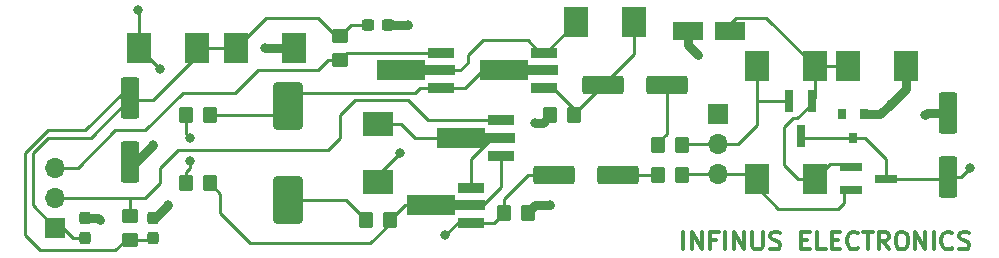
<source format=gtl>
%TF.GenerationSoftware,KiCad,Pcbnew,(6.0.1)*%
%TF.CreationDate,2022-02-18T16:05:49+00:00*%
%TF.ProjectId,Microphone Booster,4d696372-6f70-4686-9f6e-6520426f6f73,rev?*%
%TF.SameCoordinates,Original*%
%TF.FileFunction,Copper,L1,Top*%
%TF.FilePolarity,Positive*%
%FSLAX46Y46*%
G04 Gerber Fmt 4.6, Leading zero omitted, Abs format (unit mm)*
G04 Created by KiCad (PCBNEW (6.0.1)) date 2022-02-18 16:05:49*
%MOMM*%
%LPD*%
G01*
G04 APERTURE LIST*
G04 Aperture macros list*
%AMRoundRect*
0 Rectangle with rounded corners*
0 $1 Rounding radius*
0 $2 $3 $4 $5 $6 $7 $8 $9 X,Y pos of 4 corners*
0 Add a 4 corners polygon primitive as box body*
4,1,4,$2,$3,$4,$5,$6,$7,$8,$9,$2,$3,0*
0 Add four circle primitives for the rounded corners*
1,1,$1+$1,$2,$3*
1,1,$1+$1,$4,$5*
1,1,$1+$1,$6,$7*
1,1,$1+$1,$8,$9*
0 Add four rect primitives between the rounded corners*
20,1,$1+$1,$2,$3,$4,$5,0*
20,1,$1+$1,$4,$5,$6,$7,0*
20,1,$1+$1,$6,$7,$8,$9,0*
20,1,$1+$1,$8,$9,$2,$3,0*%
%AMFreePoly0*
4,1,9,5.362500,-0.866500,1.237500,-0.866500,1.237500,-0.450000,-1.237500,-0.450000,-1.237500,0.450000,1.237500,0.450000,1.237500,0.866500,5.362500,0.866500,5.362500,-0.866500,5.362500,-0.866500,$1*%
G04 Aperture macros list end*
%ADD10C,0.300000*%
%TA.AperFunction,NonConductor*%
%ADD11C,0.300000*%
%TD*%
%TA.AperFunction,SMDPad,CuDef*%
%ADD12R,0.800000X1.900000*%
%TD*%
%TA.AperFunction,SMDPad,CuDef*%
%ADD13R,1.900000X0.800000*%
%TD*%
%TA.AperFunction,SMDPad,CuDef*%
%ADD14RoundRect,0.250000X1.050000X0.550000X-1.050000X0.550000X-1.050000X-0.550000X1.050000X-0.550000X0*%
%TD*%
%TA.AperFunction,ComponentPad*%
%ADD15R,1.700000X1.700000*%
%TD*%
%TA.AperFunction,ComponentPad*%
%ADD16O,1.700000X1.700000*%
%TD*%
%TA.AperFunction,SMDPad,CuDef*%
%ADD17R,2.100000X2.600000*%
%TD*%
%TA.AperFunction,SMDPad,CuDef*%
%ADD18RoundRect,0.250000X-0.350000X-0.450000X0.350000X-0.450000X0.350000X0.450000X-0.350000X0.450000X0*%
%TD*%
%TA.AperFunction,SMDPad,CuDef*%
%ADD19RoundRect,0.250000X0.450000X-0.350000X0.450000X0.350000X-0.450000X0.350000X-0.450000X-0.350000X0*%
%TD*%
%TA.AperFunction,SMDPad,CuDef*%
%ADD20RoundRect,0.250000X0.350000X0.450000X-0.350000X0.450000X-0.350000X-0.450000X0.350000X-0.450000X0*%
%TD*%
%TA.AperFunction,SMDPad,CuDef*%
%ADD21R,2.600000X2.100000*%
%TD*%
%TA.AperFunction,SMDPad,CuDef*%
%ADD22RoundRect,0.250000X-0.450000X0.350000X-0.450000X-0.350000X0.450000X-0.350000X0.450000X0.350000X0*%
%TD*%
%TA.AperFunction,SMDPad,CuDef*%
%ADD23R,2.300000X0.900000*%
%TD*%
%TA.AperFunction,SMDPad,CuDef*%
%ADD24FreePoly0,180.000000*%
%TD*%
%TA.AperFunction,SMDPad,CuDef*%
%ADD25R,0.800000X0.900000*%
%TD*%
%TA.AperFunction,SMDPad,CuDef*%
%ADD26RoundRect,0.237500X0.237500X-0.300000X0.237500X0.300000X-0.237500X0.300000X-0.237500X-0.300000X0*%
%TD*%
%TA.AperFunction,SMDPad,CuDef*%
%ADD27RoundRect,0.250000X-0.550000X1.500000X-0.550000X-1.500000X0.550000X-1.500000X0.550000X1.500000X0*%
%TD*%
%TA.AperFunction,SMDPad,CuDef*%
%ADD28RoundRect,0.250000X0.550000X-1.500000X0.550000X1.500000X-0.550000X1.500000X-0.550000X-1.500000X0*%
%TD*%
%TA.AperFunction,SMDPad,CuDef*%
%ADD29RoundRect,0.250000X1.500000X0.550000X-1.500000X0.550000X-1.500000X-0.550000X1.500000X-0.550000X0*%
%TD*%
%TA.AperFunction,SMDPad,CuDef*%
%ADD30RoundRect,0.237500X0.300000X0.237500X-0.300000X0.237500X-0.300000X-0.237500X0.300000X-0.237500X0*%
%TD*%
%TA.AperFunction,SMDPad,CuDef*%
%ADD31RoundRect,0.250000X1.000000X-1.750000X1.000000X1.750000X-1.000000X1.750000X-1.000000X-1.750000X0*%
%TD*%
%TA.AperFunction,ViaPad*%
%ADD32C,0.800000*%
%TD*%
%TA.AperFunction,Conductor*%
%ADD33C,0.250000*%
%TD*%
%TA.AperFunction,Conductor*%
%ADD34C,0.750000*%
%TD*%
G04 APERTURE END LIST*
D10*
D11*
X110483571Y-85641571D02*
X110483571Y-84141571D01*
X111197857Y-85641571D02*
X111197857Y-84141571D01*
X112055000Y-85641571D01*
X112055000Y-84141571D01*
X113269285Y-84855857D02*
X112769285Y-84855857D01*
X112769285Y-85641571D02*
X112769285Y-84141571D01*
X113483571Y-84141571D01*
X114055000Y-85641571D02*
X114055000Y-84141571D01*
X114769285Y-85641571D02*
X114769285Y-84141571D01*
X115626428Y-85641571D01*
X115626428Y-84141571D01*
X116340714Y-84141571D02*
X116340714Y-85355857D01*
X116412142Y-85498714D01*
X116483571Y-85570142D01*
X116626428Y-85641571D01*
X116912142Y-85641571D01*
X117055000Y-85570142D01*
X117126428Y-85498714D01*
X117197857Y-85355857D01*
X117197857Y-84141571D01*
X117840714Y-85570142D02*
X118055000Y-85641571D01*
X118412142Y-85641571D01*
X118555000Y-85570142D01*
X118626428Y-85498714D01*
X118697857Y-85355857D01*
X118697857Y-85213000D01*
X118626428Y-85070142D01*
X118555000Y-84998714D01*
X118412142Y-84927285D01*
X118126428Y-84855857D01*
X117983571Y-84784428D01*
X117912142Y-84713000D01*
X117840714Y-84570142D01*
X117840714Y-84427285D01*
X117912142Y-84284428D01*
X117983571Y-84213000D01*
X118126428Y-84141571D01*
X118483571Y-84141571D01*
X118697857Y-84213000D01*
X120483571Y-84855857D02*
X120983571Y-84855857D01*
X121197857Y-85641571D02*
X120483571Y-85641571D01*
X120483571Y-84141571D01*
X121197857Y-84141571D01*
X122555000Y-85641571D02*
X121840714Y-85641571D01*
X121840714Y-84141571D01*
X123055000Y-84855857D02*
X123555000Y-84855857D01*
X123769285Y-85641571D02*
X123055000Y-85641571D01*
X123055000Y-84141571D01*
X123769285Y-84141571D01*
X125269285Y-85498714D02*
X125197857Y-85570142D01*
X124983571Y-85641571D01*
X124840714Y-85641571D01*
X124626428Y-85570142D01*
X124483571Y-85427285D01*
X124412142Y-85284428D01*
X124340714Y-84998714D01*
X124340714Y-84784428D01*
X124412142Y-84498714D01*
X124483571Y-84355857D01*
X124626428Y-84213000D01*
X124840714Y-84141571D01*
X124983571Y-84141571D01*
X125197857Y-84213000D01*
X125269285Y-84284428D01*
X125697857Y-84141571D02*
X126555000Y-84141571D01*
X126126428Y-85641571D02*
X126126428Y-84141571D01*
X127912142Y-85641571D02*
X127412142Y-84927285D01*
X127055000Y-85641571D02*
X127055000Y-84141571D01*
X127626428Y-84141571D01*
X127769285Y-84213000D01*
X127840714Y-84284428D01*
X127912142Y-84427285D01*
X127912142Y-84641571D01*
X127840714Y-84784428D01*
X127769285Y-84855857D01*
X127626428Y-84927285D01*
X127055000Y-84927285D01*
X128840714Y-84141571D02*
X129126428Y-84141571D01*
X129269285Y-84213000D01*
X129412142Y-84355857D01*
X129483571Y-84641571D01*
X129483571Y-85141571D01*
X129412142Y-85427285D01*
X129269285Y-85570142D01*
X129126428Y-85641571D01*
X128840714Y-85641571D01*
X128697857Y-85570142D01*
X128555000Y-85427285D01*
X128483571Y-85141571D01*
X128483571Y-84641571D01*
X128555000Y-84355857D01*
X128697857Y-84213000D01*
X128840714Y-84141571D01*
X130126428Y-85641571D02*
X130126428Y-84141571D01*
X130983571Y-85641571D01*
X130983571Y-84141571D01*
X131697857Y-85641571D02*
X131697857Y-84141571D01*
X133269285Y-85498714D02*
X133197857Y-85570142D01*
X132983571Y-85641571D01*
X132840714Y-85641571D01*
X132626428Y-85570142D01*
X132483571Y-85427285D01*
X132412142Y-85284428D01*
X132340714Y-84998714D01*
X132340714Y-84784428D01*
X132412142Y-84498714D01*
X132483571Y-84355857D01*
X132626428Y-84213000D01*
X132840714Y-84141571D01*
X132983571Y-84141571D01*
X133197857Y-84213000D01*
X133269285Y-84284428D01*
X133840714Y-85570142D02*
X134055000Y-85641571D01*
X134412142Y-85641571D01*
X134555000Y-85570142D01*
X134626428Y-85498714D01*
X134697857Y-85355857D01*
X134697857Y-85213000D01*
X134626428Y-85070142D01*
X134555000Y-84998714D01*
X134412142Y-84927285D01*
X134126428Y-84855857D01*
X133983571Y-84784428D01*
X133912142Y-84713000D01*
X133840714Y-84570142D01*
X133840714Y-84427285D01*
X133912142Y-84284428D01*
X133983571Y-84213000D01*
X134126428Y-84141571D01*
X134483571Y-84141571D01*
X134697857Y-84213000D01*
D12*
%TO.P,Q6,1,B*%
%TO.N,Net-(Q5-Pad1)*%
X121375000Y-73065000D03*
%TO.P,Q6,2,C*%
%TO.N,XLR OUT HOT*%
X119475000Y-73065000D03*
%TO.P,Q6,3,E*%
%TO.N,+15V*%
X120425000Y-76065000D03*
%TD*%
D13*
%TO.P,Q5,1,B*%
%TO.N,Net-(Q5-Pad1)*%
X124640000Y-78695000D03*
%TO.P,Q5,2,C*%
%TO.N,XLR OUT COLD*%
X124640000Y-80595000D03*
%TO.P,Q5,3,E*%
%TO.N,+15V*%
X127640000Y-79645000D03*
%TD*%
D14*
%TO.P,C6,1*%
%TO.N,Net-(Q5-Pad1)*%
X114449000Y-67183000D03*
%TO.P,C6,2*%
%TO.N,XLR OUT GND*%
X110849000Y-67183000D03*
%TD*%
D15*
%TO.P,J2,1,Pin_1*%
%TO.N,XLR OUT GND*%
X113440000Y-74200000D03*
D16*
%TO.P,J2,2,Pin_2*%
%TO.N,XLR OUT HOT*%
X113440000Y-76740000D03*
%TO.P,J2,3,Pin_3*%
%TO.N,XLR OUT COLD*%
X113440000Y-79280000D03*
%TD*%
%TO.P,J1,3,Pin_3*%
%TO.N,XLR IN COLD*%
X57310000Y-78740000D03*
%TO.P,J1,2,Pin_2*%
%TO.N,XLR IN HOT*%
X57310000Y-81280000D03*
D15*
%TO.P,J1,1,Pin_1*%
%TO.N,XLR IN GND*%
X57310000Y-83820000D03*
%TD*%
D17*
%TO.P,R16,2*%
%TO.N,XLR OUT GND*%
X77540000Y-68580000D03*
%TO.P,R16,1*%
%TO.N,XLR IN GND*%
X72640000Y-68580000D03*
%TD*%
%TO.P,R15,1*%
%TO.N,+15V*%
X64385000Y-68580000D03*
%TO.P,R15,2*%
%TO.N,XLR IN GND*%
X69285000Y-68580000D03*
%TD*%
%TO.P,R14,1*%
%TO.N,XLR OUT HOT*%
X116705000Y-70120000D03*
%TO.P,R14,2*%
%TO.N,Net-(Q5-Pad1)*%
X121605000Y-70120000D03*
%TD*%
%TO.P,R13,1*%
%TO.N,Net-(Q5-Pad1)*%
X124415000Y-70120000D03*
%TO.P,R13,2*%
%TO.N,XLR OUT GND*%
X129315000Y-70120000D03*
%TD*%
%TO.P,R12,1*%
%TO.N,XLR OUT COLD*%
X116705000Y-79645000D03*
%TO.P,R12,2*%
%TO.N,Net-(Q5-Pad1)*%
X121605000Y-79645000D03*
%TD*%
D18*
%TO.P,R11,1*%
%TO.N,Net-(C5-Pad1)*%
X108380000Y-79375000D03*
%TO.P,R11,2*%
%TO.N,XLR OUT COLD*%
X110380000Y-79375000D03*
%TD*%
%TO.P,R10,2*%
%TO.N,XLR OUT HOT*%
X110380000Y-76835000D03*
%TO.P,R10,1*%
%TO.N,Net-(C4-Pad1)*%
X108380000Y-76835000D03*
%TD*%
D19*
%TO.P,R9,1*%
%TO.N,XLR IN COLD*%
X81440000Y-69580000D03*
%TO.P,R9,2*%
%TO.N,XLR IN GND*%
X81440000Y-67580000D03*
%TD*%
D17*
%TO.P,R8,1*%
%TO.N,Net-(Q3-Pad3)*%
X101436000Y-66421000D03*
%TO.P,R8,2*%
%TO.N,Net-(C4-Pad2)*%
X106336000Y-66421000D03*
%TD*%
D20*
%TO.P,R7,2*%
%TO.N,XLR OUT GND*%
X99220000Y-74295000D03*
%TO.P,R7,1*%
%TO.N,Net-(C4-Pad2)*%
X101220000Y-74295000D03*
%TD*%
D18*
%TO.P,R6,1*%
%TO.N,+15V*%
X68375000Y-74295000D03*
%TO.P,R6,2*%
%TO.N,Net-(C2-Pad2)*%
X70375000Y-74295000D03*
%TD*%
D20*
%TO.P,R5,1*%
%TO.N,Net-(Q1-Pad1)*%
X85615000Y-83185000D03*
%TO.P,R5,2*%
%TO.N,Net-(C2-Pad1)*%
X83615000Y-83185000D03*
%TD*%
D18*
%TO.P,R4,1*%
%TO.N,Net-(C5-Pad2)*%
X95315000Y-82550000D03*
%TO.P,R4,2*%
%TO.N,XLR OUT GND*%
X97315000Y-82550000D03*
%TD*%
%TO.P,R3,1*%
%TO.N,+15V*%
X68375000Y-80010000D03*
%TO.P,R3,2*%
%TO.N,Net-(Q1-Pad1)*%
X70375000Y-80010000D03*
%TD*%
D21*
%TO.P,R2,2*%
%TO.N,Net-(C5-Pad2)*%
X84615000Y-79920000D03*
%TO.P,R2,1*%
%TO.N,Net-(Q1-Pad2)*%
X84615000Y-75020000D03*
%TD*%
D22*
%TO.P,R1,2*%
%TO.N,XLR IN GND*%
X63660000Y-84820000D03*
%TO.P,R1,1*%
%TO.N,XLR IN HOT*%
X63660000Y-82820000D03*
%TD*%
D23*
%TO.P,Q4,1,E*%
%TO.N,Net-(C2-Pad2)*%
X89940000Y-71985000D03*
D24*
%TO.P,Q4,2,C*%
%TO.N,Net-(Q3-Pad3)*%
X89852500Y-70485000D03*
D23*
%TO.P,Q4,3,B*%
%TO.N,XLR IN COLD*%
X89940000Y-68985000D03*
%TD*%
%TO.P,Q3,1,E*%
%TO.N,Net-(C4-Pad2)*%
X98672500Y-71985000D03*
D24*
%TO.P,Q3,2,C*%
%TO.N,Net-(C2-Pad2)*%
X98585000Y-70485000D03*
D23*
%TO.P,Q3,3,B*%
%TO.N,Net-(Q3-Pad3)*%
X98672500Y-68985000D03*
%TD*%
%TO.P,Q2,1,E*%
%TO.N,Net-(C5-Pad2)*%
X92480000Y-83415000D03*
D24*
%TO.P,Q2,2,C*%
%TO.N,Net-(Q1-Pad1)*%
X92392500Y-81915000D03*
D23*
%TO.P,Q2,3,B*%
%TO.N,Net-(Q1-Pad2)*%
X92480000Y-80415000D03*
%TD*%
%TO.P,Q1,1,E*%
%TO.N,Net-(Q1-Pad1)*%
X95020000Y-77700000D03*
D24*
%TO.P,Q1,2,C*%
%TO.N,Net-(Q1-Pad2)*%
X94932500Y-76200000D03*
D23*
%TO.P,Q1,3,B*%
%TO.N,XLR IN HOT*%
X95020000Y-74700000D03*
%TD*%
D25*
%TO.P,D1,*%
%TO.N,*%
X123920000Y-74200000D03*
%TO.P,D1,1,K*%
%TO.N,+15V*%
X124870000Y-76200000D03*
%TO.P,D1,2,A*%
%TO.N,XLR OUT GND*%
X125820000Y-74200000D03*
%TD*%
D26*
%TO.P,C9,1*%
%TO.N,XLR IN GND*%
X59850000Y-84682500D03*
%TO.P,C9,2*%
%TO.N,XLR OUT GND*%
X59850000Y-82957500D03*
%TD*%
D27*
%TO.P,C8,2*%
%TO.N,XLR OUT GND*%
X63660000Y-78265000D03*
%TO.P,C8,1*%
%TO.N,XLR IN GND*%
X63660000Y-72865000D03*
%TD*%
D28*
%TO.P,C7,1*%
%TO.N,+15V*%
X132875000Y-79535000D03*
%TO.P,C7,2*%
%TO.N,XLR OUT GND*%
X132875000Y-74135000D03*
%TD*%
D29*
%TO.P,C5,1*%
%TO.N,Net-(C5-Pad1)*%
X104935000Y-79375000D03*
%TO.P,C5,2*%
%TO.N,Net-(C5-Pad2)*%
X99535000Y-79375000D03*
%TD*%
%TO.P,C4,1*%
%TO.N,Net-(C4-Pad1)*%
X109065000Y-71755000D03*
%TO.P,C4,2*%
%TO.N,Net-(C4-Pad2)*%
X103665000Y-71755000D03*
%TD*%
D30*
%TO.P,C3,1*%
%TO.N,XLR OUT GND*%
X85477500Y-66675000D03*
%TO.P,C3,2*%
%TO.N,XLR IN GND*%
X83752500Y-66675000D03*
%TD*%
D31*
%TO.P,C2,1*%
%TO.N,Net-(C2-Pad1)*%
X76995000Y-81470000D03*
%TO.P,C2,2*%
%TO.N,Net-(C2-Pad2)*%
X76995000Y-73470000D03*
%TD*%
D26*
%TO.P,C1,1*%
%TO.N,XLR IN GND*%
X65565000Y-84682500D03*
%TO.P,C1,2*%
%TO.N,XLR OUT GND*%
X65565000Y-82957500D03*
%TD*%
D32*
%TO.N,XLR OUT GND*%
X111760000Y-69215000D03*
X61120000Y-83185000D03*
X66835000Y-81915000D03*
X65565000Y-76835000D03*
X87155000Y-66675000D03*
X75090000Y-68580000D03*
%TO.N,+15V*%
X66200000Y-70395000D03*
X64295000Y-65405000D03*
X134780000Y-78740000D03*
%TO.N,XLR OUT GND*%
X99220000Y-81915000D03*
X97950000Y-74930000D03*
%TO.N,+15V*%
X68740000Y-78194500D03*
X68740000Y-76200000D03*
%TO.N,XLR OUT GND*%
X130970000Y-74295000D03*
%TO.N,Net-(C5-Pad2)*%
X86520000Y-77470000D03*
X90330000Y-84455000D03*
%TO.N,XLR OUT GND*%
X128045000Y-73295000D03*
%TD*%
D33*
%TO.N,Net-(Q5-Pad1)*%
X114935000Y-66040000D02*
X117525000Y-66040000D01*
X114449000Y-66526000D02*
X114935000Y-66040000D01*
X117525000Y-66040000D02*
X121605000Y-70120000D01*
D34*
%TO.N,XLR OUT GND*%
X110849000Y-68304000D02*
X111760000Y-69215000D01*
X110849000Y-67183000D02*
X110849000Y-68304000D01*
D33*
%TO.N,Net-(Q3-Pad3)*%
X98872000Y-68985000D02*
X101436000Y-66421000D01*
%TO.N,Net-(C4-Pad2)*%
X106336000Y-69084000D02*
X106336000Y-66421000D01*
X103665000Y-71755000D02*
X106336000Y-69084000D01*
%TO.N,Net-(Q5-Pad1)*%
X120158000Y-79645000D02*
X121605000Y-79645000D01*
X118999000Y-78486000D02*
X120158000Y-79645000D01*
X118999000Y-75311000D02*
X118999000Y-78486000D01*
X119761000Y-74549000D02*
X118999000Y-75311000D01*
X120142000Y-74549000D02*
X119761000Y-74549000D01*
X121375000Y-73316000D02*
X120142000Y-74549000D01*
D34*
%TO.N,XLR OUT GND*%
X60892500Y-82957500D02*
X61120000Y-83185000D01*
X59850000Y-82957500D02*
X60892500Y-82957500D01*
X65792500Y-82957500D02*
X66835000Y-81915000D01*
X65565000Y-82957500D02*
X65792500Y-82957500D01*
D33*
%TO.N,XLR IN GND*%
X59850000Y-75565000D02*
X63025000Y-72390000D01*
X56675000Y-75565000D02*
X59850000Y-75565000D01*
X54770000Y-77470000D02*
X56675000Y-75565000D01*
X54770000Y-84455000D02*
X54770000Y-77470000D01*
X56040000Y-85725000D02*
X54770000Y-84455000D01*
X62390000Y-85725000D02*
X56040000Y-85725000D01*
X63295000Y-84820000D02*
X62390000Y-85725000D01*
X63660000Y-84820000D02*
X65427500Y-84820000D01*
%TO.N,XLR IN HOT*%
X63660000Y-82820000D02*
X63660000Y-81280000D01*
X66200000Y-80010000D02*
X64930000Y-81280000D01*
X82710000Y-73025000D02*
X81440000Y-74295000D01*
X81440000Y-74295000D02*
X81440000Y-76200718D01*
X66200000Y-78740000D02*
X66200000Y-80010000D01*
X67724000Y-77216000D02*
X66200000Y-78740000D01*
X81440000Y-76200718D02*
X80424718Y-77216000D01*
X80424718Y-77216000D02*
X67724000Y-77216000D01*
X87155000Y-73025000D02*
X82710000Y-73025000D01*
X88830000Y-74700000D02*
X87155000Y-73025000D01*
X95020000Y-74700000D02*
X88830000Y-74700000D01*
%TO.N,XLR IN GND*%
X58807500Y-84682500D02*
X59850000Y-84682500D01*
X57945000Y-83820000D02*
X58807500Y-84682500D01*
%TO.N,XLR IN HOT*%
X60485000Y-81280000D02*
X57310000Y-81280000D01*
X64930000Y-81280000D02*
X60485000Y-81280000D01*
%TO.N,XLR IN GND*%
X55405000Y-81915000D02*
X57310000Y-83820000D01*
X60325000Y-76200000D02*
X56675000Y-76200000D01*
X56675000Y-76200000D02*
X55405000Y-77470000D01*
X55405000Y-77470000D02*
X55405000Y-81915000D01*
X63660000Y-72865000D02*
X60325000Y-76200000D01*
X69285000Y-69305000D02*
X65565000Y-73025000D01*
X65565000Y-73025000D02*
X63820000Y-73025000D01*
%TO.N,+15V*%
X63750000Y-67945000D02*
X66200000Y-70395000D01*
D34*
%TO.N,XLR OUT GND*%
X64135000Y-78265000D02*
X65565000Y-76835000D01*
X63660000Y-78265000D02*
X64135000Y-78265000D01*
D33*
%TO.N,XLR IN GND*%
X82345000Y-66675000D02*
X81440000Y-67580000D01*
X83752500Y-66675000D02*
X82345000Y-66675000D01*
D34*
%TO.N,XLR OUT GND*%
X85477500Y-66675000D02*
X87155000Y-66675000D01*
X77540000Y-68580000D02*
X75090000Y-68580000D01*
D33*
%TO.N,XLR IN GND*%
X75180000Y-66040000D02*
X72640000Y-68580000D01*
X79535000Y-66040000D02*
X75180000Y-66040000D01*
X81075000Y-67580000D02*
X79535000Y-66040000D01*
X69285000Y-68580000D02*
X72640000Y-68580000D01*
%TO.N,+15V*%
X64385000Y-65495000D02*
X64295000Y-65405000D01*
X64385000Y-68580000D02*
X64385000Y-65495000D01*
X133985000Y-79535000D02*
X134780000Y-78740000D01*
X132875000Y-79535000D02*
X133985000Y-79535000D01*
D34*
%TO.N,XLR OUT GND*%
X97950000Y-81915000D02*
X99220000Y-81915000D01*
X97315000Y-82550000D02*
X97950000Y-81915000D01*
X98585000Y-74930000D02*
X97950000Y-74930000D01*
X99220000Y-74295000D02*
X98585000Y-74930000D01*
D33*
%TO.N,+15V*%
X68740000Y-78740000D02*
X68740000Y-78194500D01*
X68375000Y-79105000D02*
X68740000Y-78740000D01*
X68375000Y-80010000D02*
X68375000Y-79105000D01*
X68375000Y-75835000D02*
X68740000Y-76200000D01*
X68375000Y-74295000D02*
X68375000Y-75835000D01*
%TO.N,XLR IN COLD*%
X59200000Y-78755000D02*
X57310000Y-78755000D01*
X62390000Y-75565000D02*
X59200000Y-78755000D01*
X64930000Y-75565000D02*
X62390000Y-75565000D01*
X68105000Y-72390000D02*
X64930000Y-75565000D01*
X72550000Y-72390000D02*
X68105000Y-72390000D01*
X74455000Y-70485000D02*
X72550000Y-72390000D01*
X79535000Y-70485000D02*
X74455000Y-70485000D01*
X80440000Y-69580000D02*
X79535000Y-70485000D01*
X81440000Y-69580000D02*
X80440000Y-69580000D01*
X82035000Y-68985000D02*
X81440000Y-69580000D01*
X89940000Y-68985000D02*
X82035000Y-68985000D01*
%TO.N,Net-(Q1-Pad1)*%
X83980000Y-85090000D02*
X85615000Y-83455000D01*
X71280000Y-80915000D02*
X71280000Y-82550000D01*
X71280000Y-82550000D02*
X73820000Y-85090000D01*
X73820000Y-85090000D02*
X83980000Y-85090000D01*
X70375000Y-80010000D02*
X71280000Y-80915000D01*
%TO.N,Net-(C2-Pad2)*%
X70375000Y-74295000D02*
X76170000Y-74295000D01*
D34*
%TO.N,XLR OUT GND*%
X131130000Y-74135000D02*
X130970000Y-74295000D01*
X132875000Y-74135000D02*
X131130000Y-74135000D01*
D33*
%TO.N,+15V*%
X127640000Y-79645000D02*
X132765000Y-79645000D01*
%TO.N,Net-(C2-Pad1)*%
X83615000Y-83185000D02*
X81900000Y-81470000D01*
X81900000Y-81470000D02*
X76995000Y-81470000D01*
%TO.N,Net-(C2-Pad2)*%
X87790000Y-72390000D02*
X78075000Y-72390000D01*
X88195000Y-71985000D02*
X87790000Y-72390000D01*
X89940000Y-71985000D02*
X88195000Y-71985000D01*
%TO.N,Net-(C5-Pad2)*%
X84615000Y-79375000D02*
X86520000Y-77470000D01*
%TO.N,Net-(Q1-Pad1)*%
X86885000Y-81915000D02*
X85615000Y-83185000D01*
X92392500Y-81915000D02*
X86885000Y-81915000D01*
%TO.N,Net-(C5-Pad2)*%
X91370000Y-83415000D02*
X90330000Y-84455000D01*
X92480000Y-83415000D02*
X91370000Y-83415000D01*
%TO.N,Net-(Q1-Pad2)*%
X86610000Y-75020000D02*
X87790000Y-76200000D01*
X84615000Y-75020000D02*
X86610000Y-75020000D01*
X87790000Y-76200000D02*
X94932500Y-76200000D01*
%TO.N,Net-(Q3-Pad3)*%
X96045000Y-67945000D02*
X93505000Y-67945000D01*
X97315000Y-67945000D02*
X96045000Y-67945000D01*
%TO.N,Net-(Q1-Pad2)*%
X92480000Y-77990978D02*
X94270978Y-76200000D01*
X92480000Y-80415000D02*
X92480000Y-77990978D01*
%TO.N,Net-(Q1-Pad1)*%
X95020000Y-80400000D02*
X95020000Y-77700000D01*
X93505000Y-81915000D02*
X95020000Y-80400000D01*
%TO.N,Net-(C2-Pad2)*%
X92005000Y-71985000D02*
X93505000Y-70485000D01*
X89940000Y-71985000D02*
X92005000Y-71985000D01*
%TO.N,Net-(Q3-Pad3)*%
X92235000Y-69850000D02*
X91600000Y-70485000D01*
X93505000Y-67945000D02*
X92235000Y-69215000D01*
X91600000Y-70485000D02*
X89852500Y-70485000D01*
X92235000Y-69215000D02*
X92235000Y-69850000D01*
X98355000Y-68985000D02*
X97315000Y-67945000D01*
%TO.N,Net-(C5-Pad2)*%
X95315000Y-81375000D02*
X95315000Y-82550000D01*
X97315000Y-79375000D02*
X95315000Y-81375000D01*
X99535000Y-79375000D02*
X97315000Y-79375000D01*
X92480000Y-83415000D02*
X94450000Y-83415000D01*
X94450000Y-83415000D02*
X95315000Y-82550000D01*
%TO.N,Net-(C4-Pad2)*%
X99450000Y-71985000D02*
X101220000Y-73755000D01*
X103665000Y-71755000D02*
X101220000Y-74200000D01*
%TO.N,Net-(C5-Pad1)*%
X104935000Y-79375000D02*
X108380000Y-79375000D01*
%TO.N,Net-(C4-Pad1)*%
X109065000Y-75880000D02*
X108380000Y-76565000D01*
X109065000Y-71755000D02*
X109065000Y-75880000D01*
%TO.N,XLR OUT COLD*%
X110475000Y-79280000D02*
X113440000Y-79280000D01*
%TO.N,XLR OUT HOT*%
X110475000Y-76740000D02*
X113440000Y-76740000D01*
D34*
%TO.N,XLR OUT GND*%
X128045000Y-73295000D02*
X127140000Y-74200000D01*
X129315000Y-72025000D02*
X128045000Y-73295000D01*
X127140000Y-74200000D02*
X125820000Y-74200000D01*
X129315000Y-70120000D02*
X129315000Y-72025000D01*
D33*
%TO.N,Net-(Q5-Pad1)*%
X121605000Y-70120000D02*
X124415000Y-70120000D01*
X121605000Y-70120000D02*
X121605000Y-72835000D01*
%TO.N,+15V*%
X124870000Y-76200000D02*
X120560000Y-76200000D01*
X127640000Y-77970000D02*
X125870000Y-76200000D01*
X127640000Y-79645000D02*
X127640000Y-77970000D01*
X125870000Y-76200000D02*
X124870000Y-76200000D01*
%TO.N,Net-(Q5-Pad1)*%
X124109980Y-78375000D02*
X124109980Y-78695000D01*
X122875000Y-78375000D02*
X124109980Y-78375000D01*
X121605000Y-79645000D02*
X122875000Y-78375000D01*
%TO.N,XLR OUT COLD*%
X118520000Y-82185000D02*
X123600000Y-82185000D01*
X123600000Y-82185000D02*
X124109980Y-81675020D01*
X124109980Y-81675020D02*
X124109980Y-80595000D01*
X116705000Y-80370000D02*
X118520000Y-82185000D01*
%TO.N,XLR OUT HOT*%
X116845000Y-73065000D02*
X119475000Y-73065000D01*
X116705000Y-73205000D02*
X116845000Y-73065000D01*
X116705000Y-73205000D02*
X116705000Y-70120000D01*
X116705000Y-75110000D02*
X116705000Y-73205000D01*
X113440000Y-76740000D02*
X115075000Y-76740000D01*
X115075000Y-76740000D02*
X116705000Y-75110000D01*
%TO.N,XLR OUT COLD*%
X113440000Y-79280000D02*
X116340000Y-79280000D01*
%TD*%
M02*

</source>
